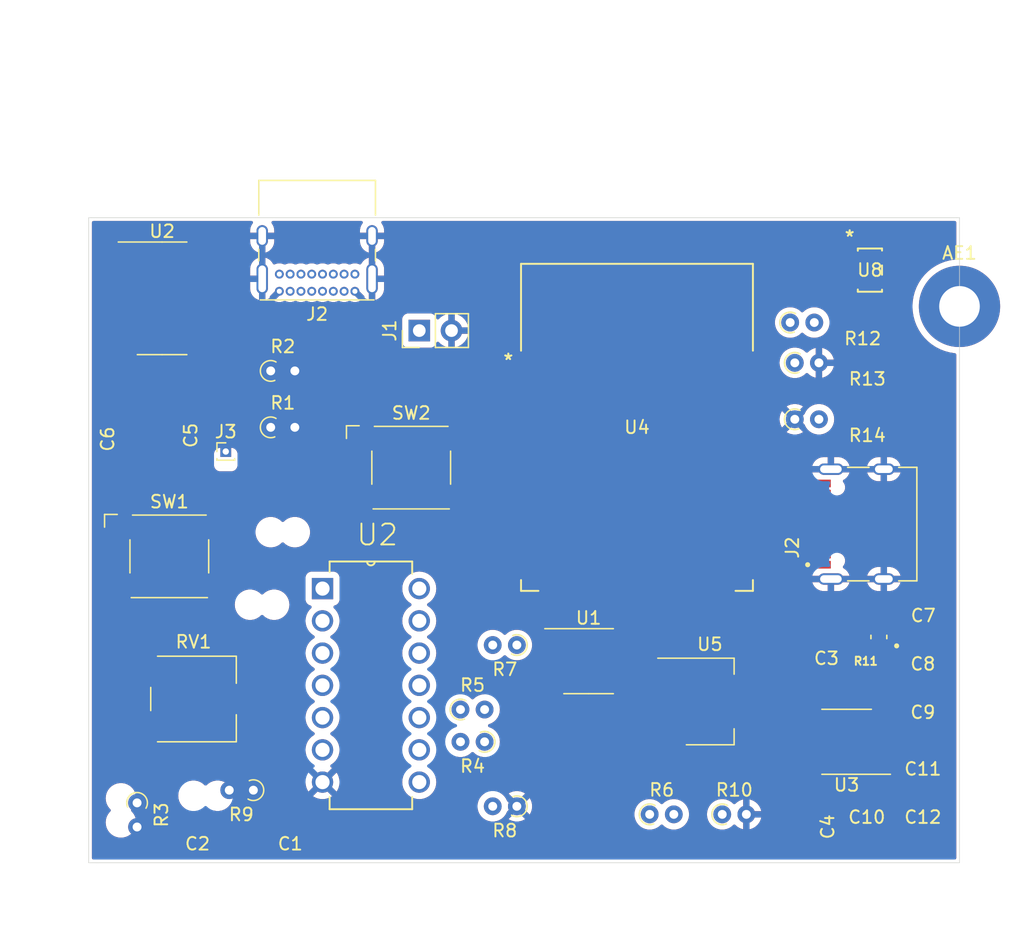
<source format=kicad_pcb>
(kicad_pcb (version 20221018) (generator pcbnew)
  (layers (0 "F.Cu" signal) (31 "B.Cu" signal) (34 "B.Paste" user) (35 "F.Paste" user) (36 "B.SilkS" user "B.Silkscreen") (37 "F.SilkS" user "F.Silkscreen") (38 "B.Mask" user) (39 "F.Mask" user) (44 "Edge.Cuts" user))
  (net 0 "")
  (net 1 "Net-(AE1-A)")
  (net 2 "GND")
  (net 3 "Net-(C2-Pad1)")
  (net 4 "Net-(U3-+)")
  (net 5 "Net-(C3-Pad2)")
  (net 6 "Net-(R1-Pad1)")
  (net 7 "Net-(R1-Pad2)")
  (net 8 "Net-(R3-Pad1)")
  (net 9 "Net-(U8-EN)")
  (net 10 "Net-(U4-3V3)")
  (net 12 "Net-(R6-Pad1)")
  (net 14 "Net-(J2-DN2)")
  (net 18 "Net-(J2-DP2)")
  (net 21 "Net-(U1-+)")
  (net 22 "Net-(R4-Pad2)")
  (net 23 "Net-(U1--)")
  (net 24 "Net-(U8-PG)")
  (net 28 "Net-(U2-Pad1)")
  (net 29 "Net-(U2-Pad5)")
  (net 31 "Net-(U3--)")
  (net 39 "+5V")
  (net 79 "Net-(J3-Pin_1)")
  (net 80 "Net-(U4-EN)")
  (net 81 "+3.3V")
  (net 82 "Net-(U4-GPIO0)")
  (net 83 "Net-(J2-CC1)")
  (net 84 "/D+")
  (net 85 "/D-")
  (net 86 "Net-(J2-CC2)")
  (footprint "Capacitor_SMD:C_0201_0603Metric" (layer "F.Cu") (at 97.79 97.155 -90)
    (fp_text reference "C5" (at 0 -1.05 90) (layer "F.SilkS"))
    (fp_text value "1uF")
    (pad "1" smd roundrect (at -0.32 0 270) (size 0.46 0.4) (layers "F.Cu" "F.Mask") (net 2 "GND"))
    (pad "2" smd roundrect (at 0.32 0 270) (size 0.46 0.4) (layers "F.Cu" "F.Mask") (net 9 "Net-(U8-EN)"))
  )
  (footprint "Capacitor_SMD:C_0201_0603Metric" (layer "F.Cu") (at 156.5 128.27)
    (fp_text reference "C12" (at 0 -1.05) (layer "F.SilkS"))
    (fp_text value "10uF")
    (pad "1" smd roundrect (at -0.32 0) (size 0.46 0.4) (layers "F.Cu" "F.Mask") (net 81 "+3.3V"))
    (pad "2" smd roundrect (at 0.32 0) (size 0.46 0.4) (layers "F.Cu" "F.Mask") (net 2 "GND"))
  )
  (footprint "Capacitor_SMD:C_0201_0603Metric" (layer "F.Cu") (at 156.5 116.205)
    (fp_text reference "C8" (at 0 -1.05) (layer "F.SilkS"))
    (fp_text value "1uF")
    (pad "1" smd roundrect (at -0.32 0) (size 0.46 0.4) (layers "F.Cu" "F.Mask") (net 2 "GND"))
    (pad "2" smd roundrect (at 0.32 0) (size 0.46 0.4) (layers "F.Cu" "F.Mask") (net 81 "+3.3V"))
  )
  (footprint "Resistor_THT:R_Axial_DIN0204_L3.6mm_D1.6mm_P1.90mm_Vertical" (layer "F.Cu") (at 124.525 126.365 180)
    (fp_text reference "R8" (at 0.95 -1.92) (layer "F.SilkS"))
    (fp_text value "10k")
    (fp_arc (start 0.320095 0.749359) (mid -0.813042 -0.054435) (end 0.417133 -0.7) (stroke (width 0.12)) (layer "F.SilkS"))
    (pad "1" thru_hole circle (at 0 0 180) (size 1.4 1.4) (drill 0.7) (layers "*.Cu" "*.Mask") (net 2 "GND"))
    (pad "2" thru_hole oval (at 1.9 0 180) (size 1.4 1.4) (drill 0.7) (layers "*.Cu" "*.Mask") (net 21 "Net-(U1-+)"))
  )
  (footprint "Capacitor_SMD:C_0201_0603Metric" (layer "F.Cu") (at 99.375 128.27 180)
    (fp_text reference "C2" (at 0 -1.05) (layer "F.SilkS"))
    (fp_text value "100pF")
    (pad "1" smd roundrect (at -0.32 0 180) (size 0.46 0.4) (layers "F.Cu" "F.Mask") (net 3 "Net-(C2-Pad1)"))
    (pad "2" smd roundrect (at 0.32 0 180) (size 0.46 0.4) (layers "F.Cu" "F.Mask") (net 2 "GND"))
  )
  (footprint "Resistor_THT:R_Axial_DIN0204_L3.6mm_D1.6mm_P1.90mm_Vertical" (layer "F.Cu") (at 120.085 118.745)
    (fp_text reference "R5" (at 0.95 -1.92) (layer "F.SilkS"))
    (fp_text value "10k")
    (fp_arc (start 0.320095 0.749359) (mid -0.813042 -0.054435) (end 0.417133 -0.7) (stroke (width 0.12)) (layer "F.SilkS"))
    (pad "1" thru_hole circle (at 0 0) (size 1.4 1.4) (drill 0.7) (layers "*.Cu" "*.Mask") (net 6 "Net-(R1-Pad1)"))
    (pad "2" thru_hole oval (at 1.9 0) (size 1.4 1.4) (drill 0.7) (layers "*.Cu" "*.Mask") (net 23 "Net-(U1--)"))
  )
  (footprint "Capacitor_SMD:C_0201_0603Metric" (layer "F.Cu") (at 148.91 113.665 180)
    (fp_text reference "C3" (at 0 -1.05) (layer "F.SilkS"))
    (fp_text value "4.7uF")
    (pad "1" smd roundrect (at -0.32 0 180) (size 0.46 0.4) (layers "F.Cu" "F.Mask") (net 31 "Net-(U3--)"))
    (pad "2" smd roundrect (at 0.32 0 180) (size 0.46 0.4) (layers "F.Cu" "F.Mask") (net 5 "Net-(C3-Pad2)"))
  )
  (footprint "Connector_PinHeader_1.00mm:PinHeader_1x01_P1.00mm_Vertical" (layer "F.Cu") (at 101.6 98.425)
    (fp_text reference "J3" (at 0 -1.56) (layer "F.SilkS"))
    (fp_text value "Conn_01x01_Pin")
    (fp_line (start -0.695 -0.685) (end 0 -0.685) (stroke (width 0.12)) (layer "F.SilkS"))
    (fp_line (start -0.695 0) (end -0.695 -0.685) (stroke (width 0.12)) (layer "F.SilkS"))
    (fp_line (start -0.695 0.685) (end -0.695 0.56) (stroke (width 0.12)) (layer "F.SilkS"))
    (fp_line (start -0.695 0.685) (end -0.608276 0.685) (stroke (width 0.12)) (layer "F.SilkS"))
    (fp_line (start -0.695 0.685) (end 0.695 0.685) (stroke (width 0.12)) (layer "F.SilkS"))
    (fp_line (start 0.608276 0.685) (end 0.695 0.685) (stroke (width 0.12)) (layer "F.SilkS"))
    (fp_line (start 0.695 0.685) (end 0.695 0.56) (stroke (width 0.12)) (layer "F.SilkS"))
    (pad "1" thru_hole rect (at 0 0) (size 0.85 0.85) (drill 0.5) (layers "*.Cu" "*.Mask") (net 1 "Net-(AE1-A)"))
  )
  (footprint "Capacitor_SMD:C_0201_0603Metric" (layer "F.Cu") (at 106.68 128.27 180)
    (fp_text reference "C1" (at 0 -1.05) (layer "F.SilkS"))
    (fp_text value "100pF")
    (pad "1" smd roundrect (at -0.32 0 180) (size 0.46 0.4) (layers "F.Cu" "F.Mask") (net 1 "Net-(AE1-A)"))
    (pad "2" smd roundrect (at 0.32 0 180) (size 0.46 0.4) (layers "F.Cu" "F.Mask") (net 2 "GND"))
  )
  (footprint "Resistor_THT:R_Axial_DIN0204_L3.6mm_D1.6mm_P1.90mm_Vertical" (layer "F.Cu") (at 134.985 127)
    (fp_text reference "R6" (at 0.95 -1.92) (layer "F.SilkS"))
    (fp_text value "6.8k")
    (fp_arc (start 0.320095 0.749359) (mid -0.813042 -0.054435) (end 0.417133 -0.7) (stroke (width 0.12)) (layer "F.SilkS"))
    (pad "1" thru_hole circle (at 0 0) (size 1.4 1.4) (drill 0.7) (layers "*.Cu" "*.Mask") (net 12 "Net-(R6-Pad1)"))
    (pad "2" thru_hole oval (at 1.9 0) (size 1.4 1.4) (drill 0.7) (layers "*.Cu" "*.Mask") (net 5 "Net-(C3-Pad2)"))
  )
  (footprint "HEF4093BP_652:DIP254P762X420-14" (layer "F.Cu") (at 116.84 124.46)
    (fp_text reference "U2" (at -3.30462 -19.47193) (layer "F.SilkS") (effects (font (size 1.641307 1.641307))))
    (fp_text value "HEF4093B")
    (fp_line (start -7.0612 -17.3736) (end -7.0612 -16.5354) (stroke (width 0.1524)) (layer "F.SilkS"))
    (fp_line (start -7.0612 1.1684) (end -7.0612 2.1336) (stroke (width 0.1524)) (layer "F.SilkS"))
    (fp_line (start -7.0612 2.1336) (end -0.5588 2.1336) (stroke (width 0.1524)) (layer "F.SilkS"))
    (fp_line (start -4.1148 -17.3736) (end -7.0612 -17.3736) (stroke (width 0.1524)) (layer "F.SilkS"))
    (fp_line (start -3.5052 -17.3736) (end -4.1148 -17.3736) (stroke (width 0.1524)) (layer "F.SilkS"))
    (fp_line (start -0.5588 -17.3736) (end -3.5052 -17.3736) (stroke (width 0.1524)) (layer "F.SilkS"))
    (fp_line (start -0.5588 -16.4084) (end -0.5588 -17.3736) (stroke (width 0.1524)) (layer "F.SilkS"))
    (fp_line (start -0.5588 2.1336) (end -0.5588 1.1684) (stroke (width 0.1524)) (layer "F.SilkS"))
    (fp_arc (start -3.5052 -17.3736) (mid -3.81 -17.0688) (end -4.1148 -17.3736) (stroke (width 0.1524)) (layer "F.SilkS"))
    (pad "1" thru_hole rect (at -7.62 -15.24) (size 1.6764 1.6764) (drill 1.1176) (layers "*.Cu" "*.Mask") (net 28 "Net-(U2-Pad1)"))
    (pad "2" thru_hole circle (at -7.62 -12.7) (size 1.6764 1.6764) (drill 1.1176) (layers "*.Cu" "*.Mask") (net 79 "Net-(J3-Pin_1)"))
    (pad "3" thru_hole circle (at -7.62 -10.16) (size 1.6764 1.6764) (drill 1.1176) (layers "*.Cu" "*.Mask") (net 6 "Net-(R1-Pad1)"))
    (pad "4" thru_hole circle (at -7.62 -7.62) (size 1.6764 1.6764) (drill 1.1176) (layers "*.Cu" "*.Mask") (net 22 "Net-(R4-Pad2)"))
    (pad "5" thru_hole circle (at -7.62 -5.08) (size 1.6764 1.6764) (drill 1.1176) (layers "*.Cu" "*.Mask") (net 29 "Net-(U2-Pad5)"))
    (pad "6" thru_hole circle (at -7.62 -2.54) (size 1.6764 1.6764) (drill 1.1176) (layers "*.Cu" "*.Mask") (net 3 "Net-(C2-Pad1)"))
    (pad "7" thru_hole circle (at -7.62 0) (size 1.6764 1.6764) (drill 1.1176) (layers "*.Cu" "*.Mask") (net 2 "GND"))
    (pad "8" thru_hole circle (at 0 0) (size 1.6764 1.6764) (drill 1.1176) (layers "*.Cu" "*.Mask"))
    (pad "9" thru_hole circle (at 0 -2.54) (size 1.6764 1.6764) (drill 1.1176) (layers "*.Cu" "*.Mask"))
    (pad "10" thru_hole circle (at 0 -5.08) (size 1.6764 1.6764) (drill 1.1176) (layers "*.Cu" "*.Mask"))
    (pad "11" thru_hole circle (at 0 -7.62) (size 1.6764 1.6764) (drill 1.1176) (layers "*.Cu" "*.Mask"))
    (pad "12" thru_hole circle (at 0 -10.16) (size 1.6764 1.6764) (drill 1.1176) (layers "*.Cu" "*.Mask"))
    (pad "13" thru_hole circle (at 0 -12.7) (size 1.6764 1.6764) (drill 1.1176) (layers "*.Cu" "*.Mask"))
    (pad "14" thru_hole circle (at 0 -15.24) (size 1.6764 1.6764) (drill 1.1176) (layers "*.Cu" "*.Mask") (net 39 "+5V"))
  )
  (footprint "Potentiometer_SMD:Potentiometer_ACP_CA6-VSMD_Vertical" (layer "F.Cu") (at 99.06 117.915)
    (fp_text reference "RV1" (at 0 -4.5) (layer "F.SilkS"))
    (fp_text value "10k")
    (fp_line (start -3.37 -0.909) (end -3.37 0.91) (stroke (width 0.12)) (layer "F.SilkS"))
    (fp_line (start -2.834 -3.371) (end 3.37 -3.371) (stroke (width 0.12)) (layer "F.SilkS"))
    (fp_line (start -2.834 3.37) (end 3.37 3.37) (stroke (width 0.12)) (layer "F.SilkS"))
    (fp_line (start 3.37 -3.371) (end 3.37 -1.24) (stroke (width 0.12)) (layer "F.SilkS"))
    (fp_line (start 3.37 1.24) (end 3.37 3.37) (stroke (width 0.12)) (layer "F.SilkS"))
    (pad "1" smd rect (at -4.325 2.15) (size 2.5 2) (layers "F.Cu" "F.Paste" "F.Mask") (net 8 "Net-(R3-Pad1)"))
    (pad "2" smd rect (at 4.325 0) (size 2.5 2) (layers "F.Cu" "F.Paste" "F.Mask") (net 22 "Net-(R4-Pad2)"))
    (pad "3" smd rect (at -4.325 -2.15) (size 2.5 2) (layers "F.Cu" "F.Paste" "F.Mask") (net 22 "Net-(R4-Pad2)"))
  )
  (footprint "MountingHole:MountingHole_3.2mm_M3_Pad" (layer "F.Cu") (at 159.385 86.995)
    (fp_text reference "AE1" (at 0 -4.2) (layer "F.SilkS"))
    (fp_text value "Antenna")
    (pad "1" thru_hole circle (at 0 0) (size 6.4 6.4) (drill 3.2) (layers "*.Cu" "*.Mask") (net 1 "Net-(AE1-A)"))
  )
  (footprint "Resistor_THT:R_Axial_DIN0204_L3.6mm_D1.6mm_P1.90mm_Vertical" (layer "F.Cu") (at 146.415 91.44)
    (fp_text reference "R13" (at 5.71 1.27) (layer "F.SilkS"))
    (fp_text value "5.1 k")
    (fp_arc (start 0.320095 0.749359) (mid -0.813042 -0.054435) (end 0.417133 -0.7) (stroke (width 0.12)) (layer "F.SilkS"))
    (pad "1" thru_hole circle (at 0 0) (size 1.4 1.4) (drill 0.7) (layers "*.Cu" "*.Mask") (net 83 "Net-(J2-CC1)"))
    (pad "2" thru_hole oval (at 1.9 0) (size 1.4 1.4) (drill 0.7) (layers "*.Cu" "*.Mask") (net 2 "GND"))
  )
  (footprint "Resistor_THT:R_Axial_DIN0204_L3.6mm_D1.6mm_P1.90mm_Vertical" (layer "F.Cu") (at 140.7 127)
    (fp_text reference "R10" (at 0.95 -1.92) (layer "F.SilkS"))
    (fp_text value "R_Trim")
    (fp_arc (start 0.320095 0.749359) (mid -0.813042 -0.054435) (end 0.417133 -0.7) (stroke (width 0.12)) (layer "F.SilkS"))
    (pad "1" thru_hole circle (at 0 0) (size 1.4 1.4) (drill 0.7) (layers "*.Cu" "*.Mask") (net 5 "Net-(C3-Pad2)"))
    (pad "2" thru_hole oval (at 1.9 0) (size 1.4 1.4) (drill 0.7) (layers "*.Cu" "*.Mask") (net 2 "GND"))
  )
  (footprint "Connector_PinHeader_2.54mm:PinHeader_1x02_P2.54mm_Vertical" (layer "F.Cu") (at 116.84 88.9 90)
    (fp_text reference "J1" (at 0 -2.33 90) (layer "F.SilkS"))
    (fp_text value "Conn_01x02_Pin")
    (fp_line (start -1.33 -1.33) (end 0 -1.33) (stroke (width 0.12)) (layer "F.SilkS"))
    (fp_line (start -1.33 0) (end -1.33 -1.33) (stroke (width 0.12)) (layer "F.SilkS"))
    (fp_line (start -1.33 1.27) (end -1.33 3.87) (stroke (width 0.12)) (layer "F.SilkS"))
    (fp_line (start -1.33 1.27) (end 1.33 1.27) (stroke (width 0.12)) (layer "F.SilkS"))
    (fp_line (start -1.33 3.87) (end 1.33 3.87) (stroke (width 0.12)) (layer "F.SilkS"))
    (fp_line (start 1.33 1.27) (end 1.33 3.87) (stroke (width 0.12)) (layer "F.SilkS"))
    (pad "1" thru_hole rect (at 0 0 90) (size 1.7 1.7) (drill 1) (layers "*.Cu" "*.Mask") (net 39 "+5V"))
    (pad "2" thru_hole oval (at 0 2.54 90) (size 1.7 1.7) (drill 1) (layers "*.Cu" "*.Mask") (net 2 "GND"))
  )
  (footprint "Resistor_THT:R_Axial_DIN0204_L3.6mm_D1.6mm_P1.90mm_Vertical" (layer "F.Cu") (at 103.775 125.095 180)
    (fp_text reference "R9" (at 0.95 -1.92) (layer "F.SilkS"))
    (fp_text value "100k")
    (fp_arc (start 0.320095 0.749359) (mid -0.813042 -0.054435) (end 0.417133 -0.7) (stroke (width 0.12)) (layer "F.SilkS"))
    (pad "1" thru_hole circle (at 0 0 180) (size 1.4 1.4) (drill 0.7) (layers "*.Cu" "*.Mask") (net 24 "Net-(U8-PG)"))
    (pad "2" thru_hole oval (at 1.9 0 180) (size 1.4 1.4) (drill 0.7) (layers "*.Cu" "*.Mask") (net 10 "Net-(U4-3V3)"))
  )
  (footprint "Capacitor_SMD:C_0201_0603Metric" (layer "F.Cu") (at 156.5 124.475)
    (fp_text reference "C11" (at 0 -1.05) (layer "F.SilkS"))
    (fp_text value "100nF")
    (pad "1" smd roundrect (at -0.32 0) (size 0.46 0.4) (layers "F.Cu" "F.Mask") (net 39 "+5V"))
    (pad "2" smd roundrect (at 0.32 0) (size 0.46 0.4) (layers "F.Cu" "F.Mask") (net 2 "GND"))
  )
  (footprint "Package_SO:SOIC-8_3.9x4.9mm_P1.27mm" (layer "F.Cu") (at 130.175 114.935)
    (fp_text reference "U1" (at 0 -3.4) (layer "F.SilkS"))
    (fp_text value "AD8001AR")
    (fp_line (start 0 -2.56) (end -3.45 -2.56) (stroke (width 0.12)) (layer "F.SilkS"))
    (fp_line (start 0 -2.56) (end 1.95 -2.56) (stroke (width 0.12)) (layer "F.SilkS"))
    (fp_line (start 0 2.56) (end -1.95 2.56) (stroke (width 0.12)) (layer "F.SilkS"))
    (fp_line (start 0 2.56) (end 1.95 2.56) (stroke (width 0.12)) (layer "F.SilkS"))
    (pad "1" smd roundrect (at -2.475 -1.905) (size 1.95 0.6) (layers "F.Cu" "F.Paste" "F.Mask"))
    (pad "2" smd roundrect (at -2.475 -0.635) (size 1.95 0.6) (layers "F.Cu" "F.Paste" "F.Mask") (net 23 "Net-(U1--)"))
    (pad "3" smd roundrect (at -2.475 0.635) (size 1.95 0.6) (layers "F.Cu" "F.Paste" "F.Mask") (net 21 "Net-(U1-+)"))
    (pad "4" smd roundrect (at -2.475 1.905) (size 1.95 0.6) (layers "F.Cu" "F.Paste" "F.Mask") (net 2 "GND"))
    (pad "5" smd roundrect (at 2.475 1.905) (size 1.95 0.6) (layers "F.Cu" "F.Paste" "F.Mask"))
    (pad "6" smd roundrect (at 2.475 0.635) (size 1.95 0.6) (layers "F.Cu" "F.Paste" "F.Mask") (net 12 "Net-(R6-Pad1)"))
    (pad "7" smd roundrect (at 2.475 -0.635) (size 1.95 0.6) (layers "F.Cu" "F.Paste" "F.Mask") (net 39 "+5V"))
    (pad "8" smd roundrect (at 2.475 -1.905) (size 1.95 0.6) (layers "F.Cu" "F.Paste" "F.Mask"))
  )
  (footprint "Resistor_THT:R_Axial_DIN0204_L3.6mm_D1.6mm_P1.90mm_Vertical" (layer "F.Cu") (at 121.985 121.285 180)
    (fp_text reference "R4" (at 0.95 -1.92) (layer "F.SilkS"))
    (fp_text value "10k")
    (fp_arc (start 0.320095 0.749359) (mid -0.813042 -0.054435) (end 0.417133 -0.7) (stroke (width 0.12)) (layer "F.SilkS"))
    (pad "1" thru_hole circle (at 0 0 180) (size 1.4 1.4) (drill 0.7) (layers "*.Cu" "*.Mask") (net 21 "Net-(U1-+)"))
    (pad "2" thru_hole oval (at 1.9 0 180) (size 1.4 1.4) (drill 0.7) (layers "*.Cu" "*.Mask") (net 22 "Net-(R4-Pad2)"))
  )
  (footprint "Button_Switch_SMD:SW_SPST_Omron_B3FS-100xP" (layer "F.Cu") (at 116.205 99.695)
    (fp_text reference "SW2" (at 0 -4.3) (layer "F.SilkS"))
    (fp_text value "Boot")
    (fp_line (start -5.1 -3.3) (end -4.1 -3.3) (stroke (width 0.12)) (layer "F.SilkS"))
    (fp_line (start -5.1 -2.3) (end -5.1 -3.3) (stroke (width 0.12)) (layer "F.SilkS"))
    (fp_line (start -3.1 -1.3) (end -3.1 1.3) (stroke (width 0.12)) (layer "F.SilkS"))
    (fp_line (start 2.9 -3.25) (end -2.9 -3.25) (stroke (width 0.12)) (layer "F.SilkS"))
    (fp_line (start 3 3.25) (end -3 3.25) (stroke (width 0.12)) (layer "F.SilkS"))
    (fp_line (start 3.1 -1.3) (end 3.1 1.3) (stroke (width 0.12)) (layer "F.SilkS"))
    (pad "1" smd rect (at -4 -2.25 180) (size 1.6 1.4) (layers "F.Cu" "F.Paste" "F.Mask") (net 82 "Net-(U4-GPIO0)"))
    (pad "1" smd rect (at 4 -2.25 180) (size 1.6 1.4) (layers "F.Cu" "F.Paste" "F.Mask") (net 82 "Net-(U4-GPIO0)"))
    (pad "2" smd rect (at -4 2.25 180) (size 1.6 1.4) (layers "F.Cu" "F.Paste" "F.Mask") (net 2 "GND"))
    (pad "2" smd rect (at 4 2.25 180) (size 1.6 1.4) (layers "F.Cu" "F.Paste" "F.Mask") (net 2 "GND"))
  )
  (footprint "Resistor_THT:R_Axial_DIN0204_L3.6mm_D1.6mm_P1.90mm_Vertical" (layer "F.Cu") (at 94.615 126.095 -90)
    (fp_text reference "R3" (at 0.95 -1.92 90) (layer "F.SilkS"))
    (fp_text value "10k")
    (fp_arc (start 0.320095 0.749359) (mid -0.813042 -0.054435) (end 0.417133 -0.7) (stroke (width 0.12)) (layer "F.SilkS"))
    (pad "1" thru_hole circle (at 0 0 270) (size 1.4 1.4) (drill 0.7) (layers "*.Cu" "*.Mask") (net 8 "Net-(R3-Pad1)"))
    (pad "2" thru_hole oval (at 1.9 0 270) (size 1.4 1.4) (drill 0.7) (layers "*.Cu" "*.Mask") (net 3 "Net-(C2-Pad1)"))
  )
  (footprint "Connector_USB:USB_C_Receptacle_GCT_USB4085" (layer "F.Cu") (at 111.77 85.805 180)
    (fp_text reference "J2" (at 2.975 -1.8) (layer "F.SilkS"))
    (fp_text value "USB_C_Receptacle_USB2.0")
    (fp_line (start -1.62 2.4) (end -1.62 3.3) (stroke (width 0.12)) (layer "F.SilkS"))
    (fp_line (start -1.62 6) (end -1.62 8.73) (stroke (width 0.12)) (layer "F.SilkS"))
    (fp_line (start -1.62 8.73) (end 7.57 8.73) (stroke (width 0.12)) (layer "F.SilkS"))
    (fp_line (start -1.5 -0.68) (end 7.45 -0.68) (stroke (width 0.12)) (layer "F.SilkS"))
    (fp_line (start 7.57 2.4) (end 7.57 3.3) (stroke (width 0.12)) (layer "F.SilkS"))
    (fp_line (start 7.57 6) (end 7.57 8.73) (stroke (width 0.12)) (layer "F.SilkS"))
    (pad "A1" thru_hole circle (at 0 0 180) (size 0.7 0.7) (drill 0.4) (layers "*.Cu" "*.Mask") (net 2 "GND"))
    (pad "A4" thru_hole circle (at 0.85 0 180) (size 0.7 0.7) (drill 0.4) (layers "*.Cu" "*.Mask") (net 39 "+5V"))
    (pad "A5" thru_hole circle (at 1.7 0 180) (size 0.7 0.7) (drill 0.4) (layers "*.Cu" "*.Mask") (net 83 "Net-(J2-CC1)"))
    (pad "A6" thru_hole circle (at 2.55 0 180) (size 0.7 0.7) (drill 0.4) (layers "*.Cu" "*.Mask") (net 84 "/D+"))
    (pad "A7" thru_hole circle (at 3.4 0 180) (size 0.7 0.7) (drill 0.4) (layers "*.Cu" "*.Mask") (net 85 "/D-"))
    (pad "A8" thru_hole circle (at 4.25 0 180) (size 0.7 0.7) (drill 0.4) (layers "*.Cu" "*.Mask"))
    (pad "A9" thru_hole circle (at 5.1 0 180) (size 0.7 0.7) (drill 0.4) (layers "*.Cu" "*.Mask") (net 39 "+5V"))
    (pad "A12" thru_hole circle (at 5.95 0 180) (size 0.7 0.7) (drill 0.4) (layers "*.Cu" "*.Mask") (net 2 "GND"))
    (pad "B1" thru_hole circle (at 5.95 1.35 180) (size 0.7 0.7) (drill 0.4) (layers "*.Cu" "*.Mask") (net 2 "GND"))
    (pad "B4" thru_hole circle (at 5.1 1.35 180) (size 0.7 0.7) (drill 0.4) (layers "*.Cu" "*.Mask") (net 39 "+5V"))
    (pad "B5" thru_hole circle (at 4.25 1.35 180) (size 0.7 0.7) (drill 0.4) (layers "*.Cu" "*.Mask") (net 86 "Net-(J2-CC2)"))
    (pad "B6" thru_hole circle (at 3.4 1.35 180) (size 0.7 0.7) (drill 0.4) (layers "*.Cu" "*.Mask") (net 84 "/D+"))
    (pad "B7" thru_hole circle (at 2.55 1.35 180) (size 0.7 0.7) (drill 0.4) (layers "*.Cu" "*.Mask") (net 85 "/D-"))
    (pad "B8" thru_hole circle (at 1.7 1.35 180) (size 0.7 0.7) (drill 0.4) (layers "*.Cu" "*.Mask"))
    (pad "B9" thru_hole circle (at 0.85 1.35 180) (size 0.7 0.7) (drill 0.4) (layers "*.Cu" "*.Mask") (net 39 "+5V"))
    (pad "B12" thru_hole circle (at 0 1.35 180) (size 0.7 0.7) (drill 0.4) (layers "*.Cu" "*.Mask") (net 2 "GND"))
    (pad "S1" thru_hole oval (at -1.35 0.98 180) (size 0.9 2.4) (drill oval 0.6 2.1) (layers "*.Cu" "*.Mask") (net 2 "GND"))
    (pad "S1" thru_hole oval (at -1.35 4.36 180) (size 0.9 1.7) (drill oval 0.6 1.4) (layers "*.Cu" "*.Mask") (net 2 "GND"))
    (pad "S1" thru_hole oval (at 7.3 0.98 180) (size 0.9 2.4) (drill oval 0.6 2.1) (layers "*.Cu" "*.Mask") (net 2 "GND"))
    (pad "S1" thru_hole oval (at 7.3 4.36 180) (size 0.9 1.7) (drill oval 0.6 1.4) (layers "*.Cu" "*.Mask") (net 2 "GND"))
  )
  (footprint "Capacitor_SMD:C_0201_0603Metric" (layer "F.Cu") (at 156.53 112.395)
    (fp_text reference "C7" (at 0 -1.05) (layer "F.SilkS"))
    (fp_text value ".1uF")
    (pad "1" smd roundrect (at -0.32 0) (size 0.46 0.4) (layers "F.Cu" "F.Mask") (net 2 "GND"))
    (pad "2" smd roundrect (at 0.32 0) (size 0.46 0.4) (layers "F.Cu" "F.Mask") (net 80 "Net-(U4-EN)"))
  )
  (footprint "Capacitor_SMD:C_0201_0603Metric" (layer "F.Cu") (at 156.5 120.015)
    (fp_text reference "C9" (at 0 -1.05) (layer "F.SilkS"))
    (fp_text value ".1uF")
    (pad "1" smd roundrect (at -0.32 0) (size 0.46 0.4) (layers "F.Cu" "F.Mask") (net 2 "GND"))
    (pad "2" smd roundrect (at 0.32 0) (size 0.46 0.4) (layers "F.Cu" "F.Mask") (net 81 "+3.3V"))
  )
  (footprint "Package_SO:SOIC-8_3.9x4.9mm_P1.27mm" (layer "F.Cu") (at 150.495 121.285 180)
    (fp_text reference "U3" (at 0 -3.4) (layer "F.SilkS"))
    (fp_text value "AD8001AR")
    (fp_line (start 0 -2.56) (end -3.45 -2.56) (stroke (width 0.12)) (layer "F.SilkS"))
    (fp_line (start 0 -2.56) (end 1.95 -2.56) (stroke (width 0.12)) (layer "F.SilkS"))
    (fp_line (start 0 2.56) (end -1.95 2.56) (stroke (width 0.12)) (layer "F.SilkS"))
    (fp_line (start 0 2.56) (end 1.95 2.56) (stroke (width 0.12)) (layer "F.SilkS"))
    (pad "1" smd roundrect (at -2.475 -1.905 180) (size 1.95 0.6) (layers "F.Cu" "F.Paste" "F.Mask"))
    (pad "2" smd roundrect (at -2.475 -0.635 180) (size 1.95 0.6) (layers "F.Cu" "F.Paste" "F.Mask") (net 31 "Net-(U3--)"))
    (pad "3" smd roundrect (at -2.475 0.635 180) (size 1.95 0.6) (layers "F.Cu" "F.Paste" "F.Mask") (net 4 "Net-(U3-+)"))
    (pad "4" smd roundrect (at -2.475 1.905 180) (size 1.95 0.6) (layers "F.Cu" "F.Paste" "F.Mask") (net 2 "GND"))
    (pad "5" smd roundrect (at 2.475 1.905 180) (size 1.95 0.6) (layers "F.Cu" "F.Paste" "F.Mask"))
    (pad "6" smd roundrect (at 2.475 0.635 180) (size 1.95 0.6) (layers "F.Cu" "F.Paste" "F.Mask") (net 4 "Net-(U3-+)"))
    (pad "7" smd roundrect (at 2.475 -0.635 180) (size 1.95 0.6) (layers "F.Cu" "F.Paste" "F.Mask") (net 39 "+5V"))
    (pad "8" smd roundrect (at 2.475 -1.905 180) (size 1.95 0.6) (layers "F.Cu" "F.Paste" "F.Mask"))
  )
  (footprint "Resistor_THT:R_Axial_DIN0204_L3.6mm_D1.6mm_P1.90mm_Vertical" (layer "F.Cu") (at 105.14 92.075)
    (fp_text reference "R2" (at 0.95 -1.92) (layer "F.SilkS"))
    (fp_text value "5.1k")
    (fp_arc (start 0.320095 0.749359) (mid -0.813042 -0.054435) (end 0.417133 -0.7) (stroke (width 0.12)) (layer "F.SilkS"))
    (pad "1" thru_hole circle (at 0 0) (size 1.4 1.4) (drill 0.7) (layers "*.Cu" "*.Mask") (net 7 "Net-(R1-Pad2)"))
    (pad "2" thru_hole oval (at 1.9 0) (size 1.4 1.4) (drill 0.7) (layers "*.Cu" "*.Mask") (net 1 "Net-(AE1-A)"))
  )
  (footprint "Capacitor_SMD:C_0201_0603Metric" (layer "F.Cu") (at 93.345 97.445 90)
    (fp_text reference "C6" (at 0 -1.05 90) (layer "F.SilkS"))
    (fp_text value "1uF")
    (pad "1" smd roundrect (at -0.32 0 90) (size 0.46 0.4) (layers "F.Cu" "F.Mask") (net 2 "GND"))
    (pad "2" smd roundrect (at 0.32 0 90) (size 0.46 0.4) (layers "F.Cu" "F.Mask") (net 10 "Net-(U4-3V3)"))
  )
  (footprint "Resistor_THT:R_Axial_DIN0204_L3.6mm_D1.6mm_P1.90mm_Vertical" (layer "F.Cu") (at 105.14 96.52)
    (fp_text reference "R1" (at 0.95 -1.92) (layer "F.SilkS"))
    (fp_text value "10k")
    (fp_arc (start 0.320095 0.749359) (mid -0.813042 -0.054435) (end 0.417133 -0.7) (stroke (width 0.12)) (layer "F.SilkS"))
    (pad "1" thru_hole circle (at 0 0) (size 1.4 1.4) (drill 0.7) (layers "*.Cu" "*.Mask") (net 6 "Net-(R1-Pad1)"))
    (pad "2" thru_hole oval (at 1.9 0) (size 1.4 1.4) (drill 0.7) (layers "*.Cu" "*.Mask") (net 7 "Net-(R1-Pad2)"))
  )
  (footprint "Button_Switch_SMD:SW_SPST_Omron_B3FS-100xP" (layer "F.Cu") (at 97.155 106.68)
    (fp_text reference "SW1" (at 0 -4.3) (layer "F.SilkS"))
    (fp_text value "Reset")
    (fp_line (start -5.1 -3.3) (end -4.1 -3.3) (stroke (width 0.12)) (layer "F.SilkS"))
    (fp_line (start -5.1 -2.3) (end -5.1 -3.3) (stroke (width 0.12)) (layer "F.SilkS"))
    (fp_line (start -3.1 -1.3) (end -3.1 1.3) (stroke (width 0.12)) (layer "F.SilkS"))
    (fp_line (start 2.9 -3.25) (end -2.9 -3.25) (stroke (width 0.12)) (layer "F.SilkS"))
    (fp_line (start 3 3.25) (end -3 3.25) (stroke (width 0.12)) (layer "F.SilkS"))
    (fp_line (start 3.1 -1.3) (end 3.1 1.3) (stroke (width 0.12)) (layer "F.SilkS"))
    (pad "1" smd rect (at -4 -2.25 180) (size 1.6 1.4) (layers "F.Cu" "F.Paste" "F.Mask") (net 2 "GND"))
    (pad "1" smd rect (at 4 -2.25 180) (size 1.6 1.4) (layers "F.Cu" "F.Paste" "F.Mask") (net 2 "GND"))
    (pad "2" smd rect (at -4 2.25 180) (size 1.6 1.4) (layers "F.Cu" "F.Paste" "F.Mask") (net 80 "Net-(U4-EN)"))
    (pad "2" smd rect (at 4 2.25 180) (size 1.6 1.4) (layers "F.Cu" "F.Paste" "F.Mask") (net 80 "Net-(U4-EN)"))
  )
  (footprint "Package_SO:SOIC-14_3.9x8.7mm_P1.27mm" (layer "F.Cu") (at 96.585 86.36)
    (fp_text reference "U2" (at 0 -5.28) (layer "F.SilkS"))
    (fp_text value "HEF4093B")
    (fp_line (start 0 -4.435) (end -3.45 -4.435) (stroke (width 0.12)) (layer "F.SilkS"))
    (fp_line (start 0 -4.435) (end 1.95 -4.435) (stroke (width 0.12)) (layer "F.SilkS"))
    (fp_line (start 0 4.435) (end -1.95 4.435) (stroke (width 0.12)) (layer "F.SilkS"))
    (fp_line (start 0 4.435) (end 1.95 4.435) (stroke (width 0.12)) (layer "F.SilkS"))
    (pad "1" smd roundrect (at -2.475 -3.81) (size 1.95 0.6) (layers "F.Cu" "F.Paste" "F.Mask") (net 39 "+5V"))
    (pad "2" smd roundrect (at -2.475 -2.54) (size 1.95 0.6) (layers "F.Cu" "F.Paste" "F.Mask") (net 1 "Net-(AE1-A)"))
    (pad "3" smd roundrect (at -2.475 -1.27) (size 1.95 0.6) (layers "F.Cu" "F.Paste" "F.Mask") (net 6 "Net-(R1-Pad1)"))
    (pad "4" smd roundrect (at -2.475 0) (size 1.95 0.6) (layers "F.Cu" "F.Paste" "F.Mask") (net 22 "Net-(R4-Pad2)"))
    (pad "5" smd roundrect (at -2.475 1.27) (size 1.95 0.6) (layers "F.Cu" "F.Paste" "F.Mask") (net 39 "+5V"))
    (pad "6" smd roundrect (at -2.475 2.54) (size 1.95 0.6) (layers "F.Cu" "F.Paste" "F.Mask") (net 3 "Net-(C2-Pad1)"))
    (pad "7" smd roundrect (at -2.475 3.81) (size 1.95 0.6) (layers "F.Cu" "F.Paste" "F.Mask") (net 2 "GND"))
    (pad "8" smd roundrect (at 2.475 3.81) (size 1.95 0.6) (layers "F.Cu" "F.Paste" "F.Mask"))
    (pad "9" smd roundrect (at 2.475 2.54) (size 1.95 0.6) (layers "F.Cu" "F.Paste" "F.Mask"))
    (pad "10" smd roundrect (at 2.475 1.27) (size 1.95 0.6) (layers "F.Cu" "F.Paste" "F.Mask"))
    (pad "11" smd roundrect (at 2.475 0) (size 1.95 0.6) (layers "F.Cu" "F.Paste" "F.Mask"))
    (pad "12" smd roundrect (at 2.475 -1.27) (size 1.95 0.6) (layers "F.Cu" "F.Paste" "F.Mask"))
    (pad "13" smd roundrect (at 2.475 -2.54) (size 1.95 0.6) (layers "F.Cu" "F.Paste" "F.Mask"))
    (pad "14" smd roundrect (at 2.475 -3.81) (size 1.95 0.6) (layers "F.Cu" "F.Paste" "F.Mask") (net 39 "+5V"))
  )
  (footprint "Resistor_THT:R_Axial_DIN0204_L3.6mm_D1.6mm_P1.90mm_Vertical" (layer "F.Cu") (at 146.05 88.265)
    (fp_text reference "R12" (at 5.71 1.27) (layer "F.SilkS"))
    (fp_text value "10k")
    (fp_arc (start 0.320095 0.749359) (mid -0.813042 -0.054435) (end 0.417133 -0.7) (stroke (width 0.12)) (layer "F.SilkS"))
    (pad "1" thru_hole circle (at 0 0) (size 1.4 1.4) (drill 0.7) (layers "*.Cu" "*.Mask") (net 81 "+3.3V"))
    (pad "2" thru_hole oval (at 1.9 0) (size 1.4 1.4) (drill 0.7) (layers "*.Cu" "*.Mask") (net 80 "Net-(U4-EN)"))
  )
  (footprint "Resistor_THT:R_Axial_DIN0204_L3.6mm_D1.6mm_P1.90mm_Vertical" (layer "F.Cu") (at 124.525 113.665 180)
    (fp_text reference "R7" (at 0.95 -1.92) (layer "F.SilkS"))
    (fp_text value "10k")
    (fp_arc (start 0.320095 0.749359) (mid -0.813042 -0.054435) (end 0.417133 -0.7) (stroke (width 0.12)) (layer "F.SilkS"))
    (pad "1" thru_hole circle (at 0 0 180) (size 1.4 1.4) (drill 0.7) (layers "*.Cu" "*.Mask") (net 12 "Net-(R6-Pad1)"))
    (pad "2" thru_hole oval (at 1.9 0 180) (size 1.4 1.4) (drill 0.7) (layers "*.Cu" "*.Mask") (net 23 "Net-(U1--)"))
  )
  (footprint "esp32:MOD41_ESP32-S2-SOLO_EXP" (layer "F.Cu") (at 133.985 96.52)
    (fp_text reference "U4" (at 0 0 unlocked) (layer "F.SilkS"))
    (fp_text value "ESP32-S2-SOLO-N4R2")
    (fp_text user "*" (at -10.1343 -5.26) (layer "F.SilkS"))
    (fp_text user "*" (at -10.1343 -5.26 unlocked) (layer "F.SilkS"))
    (fp_line (start -9.1313 -12.8778) (end 9.1313 -12.8778) (stroke (width 0.1524)) (layer "F.SilkS"))
    (fp_line (start -9.1313 -6.03724) (end -9.1313 -12.8778) (stroke (width 0.1524)) (layer "F.SilkS"))
    (fp_line (start -9.1313 12.8778) (end -9.1313 12.02724) (stroke (width 0.1524)) (layer "F.SilkS"))
    (fp_line (start -7.76224 12.8778) (end -9.1313 12.8778) (stroke (width 0.1524)) (layer "F.SilkS"))
    (fp_line (start 9.1313 -12.8778) (end 9.1313 -6.03724) (stroke (width 0.1524)) (layer "F.SilkS"))
    (fp_line (start 9.1313 12.02724) (end 9.1313 12.8778) (stroke (width 0.1524)) (layer "F.SilkS"))
    (fp_line (start 9.1313 12.8778) (end 7.76224 12.8778) (stroke (width 0.1524)) (layer "F.SilkS"))
    (pad "1" smd rect (at -8.75 -5.26) (size 1.4986 0.889) (layers "F.Cu" "F.Paste" "F.Mask") (net 2 "GND"))
    (pad "2" smd rect (at -8.75 -3.99) (size 1.4986 0.889) (layers "F.Cu" "F.Paste" "F.Mask") (net 10 "Net-(U4-3V3)"))
    (pad "3" smd rect (at -8.75 -2.72) (size 1.4986 0.889) (layers "F.Cu" "F.Paste" "F.Mask"))
    (pad "4" smd rect (at -8.75 -1.45) (size 1.4986 0.889) (layers "F.Cu" "F.Paste" "F.Mask"))
    (pad "5" smd rect (at -8.75 -0.18) (size 1.4986 0.889) (layers "F.Cu" "F.Paste" "F.Mask") (net 31 "Net-(U3--)"))
    (pad "6" smd rect (at -8.75 1.09) (size 1.4986 0.889) (layers "F.Cu" "F.Paste" "F.Mask"))
    (pad "7" smd rect (at -8.75 2.36) (size 1.4986 0.889) (layers "F.Cu" "F.Paste" "F.Mask"))
    (pad "8" smd rect (at -8.75 3.63) (size 1.4986 0.889) (layers "F.Cu" "F.Paste" "F.Mask"))
    (pad "9" smd rect (at -8.75 4.9) (size 1.4986 0.889) (layers "F.Cu" "F.Paste" "F.Mask"))
    (pad "10" smd rect (at -8.75 6.17) (size 1.4986 0.889) (layers "F.Cu" "F.Paste" "F.Mask"))
    (pad "11" smd rect (at -8.75 7.44) (size 1.4986 0.889) (layers "F.Cu" "F.Paste" "F.Mask"))
    (pad "12" smd rect (at -8.75 8.71) (size 1.4986 0.889) (layers "F.Cu" "F.Paste" "F.Mask"))
    (pad "13" smd rect (at -8.75 9.98) (size 1.4986 0.889) (layers "F.Cu" "F.Paste" "F.Mask") (net 14 "Net-(J2-DN2)"))
    (pad "14" smd rect (at -8.75 11.25) (size 1.4986 0.889) (layers "F.Cu" "F.Paste" "F.Mask") (net 18 "Net-(J2-DP2)"))
    (pad "15" smd rect (at -6.985 12.5 90) (size 1.4986 0.889) (layers "F.Cu" "F.Paste" "F.Mask"))
    (pad "16" smd rect (at -5.715 12.5 90) (size 1.4986 0.889) (layers "F.Cu" "F.Paste" "F.Mask"))
    (pad "17" smd rect (at -4.445 12.5 90) (size 1.4986 0.889) (layers "F.Cu" "F.Paste" "F.Mask"))
    (pad "18" smd rect (at -3.175 12.5 90) (size 1.4986 0.889) (layers "F.Cu" "F.Paste" "F.Mask"))
    (pad "19" smd rect (at -1.905 12.5 90) (size 1.4986 0.889) (layers "F.Cu" "F.Paste" "F.Mask"))
    (pad "20" smd rect (at -0.635 12.5 90) (size 1.4986 0.889) (layers "F.Cu" "F.Paste" "F.Mask"))
    (pad "21" smd rect (at 0.635 12.5 90) (size 1.4986 0.889) (layers "F.Cu" "F.Paste" "F.Mask"))
    (pad "22" smd rect (at 1.905 12.5 90) (size 1.4986 0.889) (layers "F.Cu" "F.Paste" "F.Mask"))
    (pad "23" smd rect (at 3.175 12.5 90) (size 1.4986 0.889) (layers "F.Cu" "F.Paste" "F.Mask"))
    (pad "24" smd rect (at 4.445 12.5 90) (size 1.4986 0.889) (layers "F.Cu" "F.Paste" "F.Mask"))
    (pad "25" smd rect (at 5.715 12.5 90) (size 1.4986 0.889) (layers "F.Cu" "F.Paste" "F.Mask"))
    (pad "26" smd rect (at 6.985 12.5 90) (size 1.4986 0.889) (layers "F.Cu" "F.Paste" "F.Mask"))
    (pad "27" smd rect (at 8.75 11.25) (size 1.4986 0.889) (layers "F.Cu" "F.Paste" "F.Mask"))
    (pad "28" smd rect (at 8.75 9.98) (size 1.4986 0.889) (layers "F.Cu" "F.Paste" "F.Mask"))
    (pad "29" smd rect (at 8.75 8.71) (size 1.4986 0.889) (layers "F.Cu" "F.Paste" "F.Mask"))
    (pad "30" smd rect (at 8.75 7.44) (size 1.4986 0.889) (layers "F.Cu" "F.Paste" "F.Mask"))
    (pad "31" smd rect (at 8.75 6.17) (size 1.4986 0.889) (layers "F.Cu" "F.Paste" "F.Mask"))
    (pad "32" smd rect (at 8.75 4.9) (size 1.4986 0.889) (layers "F.Cu" "F.Paste" "F.Mask"))
    (pad "33" smd rect (at 8.75 3.63) (size 1.4986 0.889) (layers "F.Cu" "F.Paste" "F.Mask"))
    (pad "34" smd rect (at 8.75 2.36) (size 1.4986 0.889) (layers "F.Cu" "F.Paste" "F.Mask"))
    (pad "35" smd rect (at 8.75 1.09) (size 1.4986 0.889) (layers "F.Cu" "F.Paste" "F.Mask"))
    (pad "36" smd rect (at 8.75 -0.18) (size 1.4986 0.889) (layers "F.Cu" "F.Paste" "F.Mask"))
    (pad "37" smd rect (at 8.75 -1.45) (size 1.4986 0.889) (layers "F.Cu" "F.Paste" "F.Mask"))
    (pad "38" smd rect (at 8.75 -2.72) (size 1.4986 0.889) (layers "F.Cu" "F.Paste" "F.Mask"))
    (pad "39" smd rect (at 8.75 -3.99) (size 1.4986 0.889) (layers "F.Cu" "F.Paste" "F.Mask"))
    (pad "40" smd rect (at 8.75 -5.26) (size 1.4986 0.889) (layers "F.Cu" "F.Paste" "F.Mask"))
    (pad "41" smd rect (at -1.5 2.46) (size 0.889 0.889) (layers "F.Cu" "F.Paste" "F.Mask"))
    (pad "42" smd rect (at -2.9 1.06) (size 0.889 0.889) (layers "F.Cu" "F.Paste" "F.Mask"))
    (pad "43" smd rect (at -2.9 2.46) (size 0.889 0.889) (layers "F.Cu" "F.Paste" "F.Mask"))
    (pad "44" smd rect (at -2.9 3.86) (size 0.889 0.889) (layers "F.Cu" "F.Paste" "F.Mask"))
    (pad "45" smd rect (at -1.5 3.86) (size 0.889 0.889) (layers "F.Cu" "F.Paste" "F.Mask"))
    (pad "46" smd rect (at -0.1 3.86) (size 0.889 0.889) (layers "F.Cu" "F.Paste" "F.Mask"))
    (pad "47" smd rect (at -0.1 2.46) (size 0.889 0.889) (layers "F.Cu" "F.Paste" "F.Mask"))
    (pad "48" smd rect (at -0.1 1.06) (size 0.889 0.889) (layers "F.Cu" "F.Paste" "F.Mask"))
    (pad "49" smd rect (at -1.5 1.06) (size 0.889 0.889) (layers "F.Cu" "F.Paste" "F.Mask"))
  )
  (footprint "Capacitor_SMD:C_0201_0603Metric" (layer "F.Cu") (at 152.085 128.27)
    (fp_text reference "C10" (at 0 -1.05) (layer "F.SilkS"))
    (fp_text value ".1uF")
    (pad "1" smd roundrect (at -0.32 0) (size 0.46 0.4) (layers "F.Cu" "F.Mask") (net 82 "Net-(U4-GPIO0)"))
    (pad "2" smd roundrect (at 0.32 0) (size 0.46 0.4) (layers "F.Cu" "F.Mask") (net 2 "GND"))
  )
  (footprint "RM2012A-502_104-PBVW10:RESCAXE_RM2012-4N" (layer "F.Cu") (at 153.035 113.03 180)
    (fp_text reference "R11" (at 1.032 -1.9064) (layer "F.SilkS") (effects (font (size 0.64 0.64))))
    (fp_text value "RM2012A-502_104-PBVW10")
    (fp_line (start -0.625 -0.13) (end -0.625 0.13) (stroke (width 0.127)) (layer "F.SilkS"))
    (fp_line (start 0.625 -0.13) (end 0.625 0.13) (stroke (width 0.127)) (layer "F.SilkS"))
    (fp_circle (center -1.4 -0.7) (end -1.3 -0.7) (stroke (width 0.2)) (fill none) (layer "F.SilkS"))
    (pad "1" smd rect (at -0.5875 -0.7 180) (size 0.525 0.5) (layers "F.Cu" "F.Paste" "F.Mask") (net 39 "+5V"))
    (pad "2" smd rect (at -0.5875 0.7 180) (size 0.525 0.5) (layers "F.Cu" "F.Paste" "F.Mask") (net 2 "GND"))
    (pad "3" smd rect (at 0.5875 0.7) (size 0.525 0.5) (layers "F.Cu" "F.Paste" "F.Mask") (net 31 "Net-(U3--)"))
    (pad "4" smd rect (at 0.5875 -0.7) (size 0.525 0.5) (layers "F.Cu" "F.Paste" "F.Mask") (net 31 "Net-(U3--)"))
  )
  (footprint "Capacitor_SMD:C_0201_0603Metric" (layer "F.Cu") (at 147.955 127.98 -90)
    (fp_text reference "C4" (at 0 -1.05 90) (layer "F.SilkS"))
    (fp_text value "C")
    (pad "1" smd roundrect (at -0.32 0 270) (size 0.46 0.4) (layers "F.Cu" "F.Mask") (net 5 "Net-(C3-Pad2)"))
    (pad "2" smd roundrect (at 0.32 0 270) (size 0.46 0.4) (layers "F.Cu" "F.Mask") (net 2 "GND"))
  )
  (footprint "NCP:FP-NCP164CSN330T1G_OSI" (layer "F.Cu") (at 152.33015 84.1375)
    (fp_text reference "U8" (at 0 0 unlocked) (layer "F.SilkS"))
    (fp_text value "NCP164CSN330T1G")
    (fp_text user "*" (at -1.59385 -2.5908 unlocked) (layer "F.SilkS"))
    (fp_text user "*" (at -1.59385 -2.5908) (layer "F.SilkS"))
    (fp_line (start -0.9525 -1.7018) (end -0.9525 -1.52654) (stroke (width 0.1524)) (layer "F.SilkS"))
    (fp_line (start -0.9525 1.52654) (end -0.9525 1.7018) (stroke (width 0.1524)) (layer "F.SilkS"))
    (fp_line (start -0.9525 1.7018) (end 0.9525 1.7018) (stroke (width 0.1524)) (layer "F.SilkS"))
    (fp_line (start 0.9525 -1.7018) (end -0.9525 -1.7018) (stroke (width 0.1524)) (layer "F.SilkS"))
    (fp_line (start 0.9525 -1.53924) (end 0.9525 -1.7018) (stroke (width 0.1524)) (layer "F.SilkS"))
    (fp_line (start 0.9525 0.36576) (end 0.9525 -0.36576) (stroke (width 0.1524)) (layer "F.SilkS"))
    (fp_line (start 0.9525 1.7018) (end 0.9525 1.53924) (stroke (width 0.1524)) (layer "F.SilkS"))
    (pad "1" smd rect (at -1.33985 -0.9398) (size 1.0287 0.508) (layers "F.Cu" "F.Paste" "F.Mask") (net 9 "Net-(U8-EN)"))
    (pad "2" smd rect (at -1.33985 0) (size 1.0287 0.508) (layers "F.Cu" "F.Paste" "F.Mask") (net 2 "GND"))
    (pad "3" smd rect (at -1.33985 0.9398) (size 1.0287 0.508) (layers "F.Cu" "F.Paste" "F.Mask") (net 9 "Net-(U8-EN)"))
    (pad "4" smd rect (at 1.33985 0.9525) (size 1.0287 0.508) (layers "F.Cu" "F.Paste" "F.Mask") (net 24 "Net-(U8-PG)"))
    (pad "5" smd rect (at 1.33985 -0.9525) (size 1.0287 0.508) (layers "F.Cu" "F.Paste" "F.Mask") (net 10 "Net-(U4-3V3)"))
  )
  (footprint "TYPE-C-31-M-12:HRO_TYPE-C-31-M-12" (layer "F.Cu") (at 153.4275 104.14 90)
    (fp_text reference "J2" (at -1.85 -7.205 90) (layer "F.SilkS"))
    (fp_text value "TYPE-C-31-M-12")
    (fp_line (start -4.47 -2.85) (end -4.47 -1.17) (stroke (width 0.127)) (layer "F.SilkS"))
    (fp_line (start -4.47 2.6) (end -4.47 1.17) (stroke (width 0.127)) (layer "F.SilkS"))
    (fp_line (start -4.47 2.6) (end 4.47 2.6) (stroke (width 0.127)) (layer "F.SilkS"))
    (fp_line (start 4.47 -2.85) (end 4.47 -1.17) (stroke (width 0.127)) (layer "F.SilkS"))
    (fp_line (start 4.47 2.6) (end 4.47 1.17) (stroke (width 0.127)) (layer "F.SilkS"))
    (fp_circle (center -3.2 -6) (end -3.1 -6) (stroke (width 0.2)) (fill none) (layer "F.SilkS"))
    (pad "" np_thru_hole circle (at -2.89 -3.68 90) (size 0.6 0.6) (drill 0.6) (layers "*.Cu" "*.Mask"))
    (pad "" np_thru_hole circle (at 2.89 -3.68 90) (size 0.6 0.6) (drill 0.6) (layers "*.Cu" "*.Mask"))
    (pad "A1_B12" smd rect (at -3.2 -4.75 90) (size 0.6 1.14) (layers "F.Cu" "F.Paste") (net 2 "GND"))
    (pad "A4_B9" smd rect (at -2.4 -4.75 90) (size 0.6 1.14) (layers "F.Cu" "F.Paste"))
    (pad "A5" smd rect (at -1.25 -4.75 90) (size 0.3 1.14) (layers "F.Cu" "F.Paste"))
    (pad "A6" smd rect (at -0.25 -4.75 90) (size 0.3 1.14) (layers "F.Cu" "F.Paste"))
    (pad "A7" smd rect (at 0.25 -4.75 90) (size 0.3 1.14) (layers "F.Cu" "F.Paste"))
    (pad "A8" smd rect (at 1.25 -4.75 90) (size 0.3 1.14) (layers "F.Cu" "F.Paste"))
    (pad "B1_A12" smd rect (at 3.2 -4.75 90) (size 0.6 1.14) (layers "F.Cu" "F.Paste") (net 2 "GND"))
    (pad "B4_A9" smd rect (at 2.4 -4.75 90) (size 0.6 1.14) (layers "F.Cu" "F.Paste"))
    (pad "B5" smd rect (at 1.75 -4.75 90) (size 0.3 1.14) (layers "F.Cu" "F.Paste"))
    (pad "B6" smd rect (at 0.75 -4.75 90) (size 0.3 1.14) (layers "F.Cu" "F.Paste") (net 18 "Net-(J2-DP2)"))
    (pad "B7" smd rect (at -0.75 -4.75 90) (size 0.3 1.14) (layers "F.Cu" "F.Paste") (net 14 "Net-(J2-DN2)"))
    (pad "B8" smd rect (at -1.75 -4.75 90) (size 0.3 1.14) (layers "F.Cu" "F.Paste"))
    (pad "S1" thru_hole oval (at -4.325 -4.17 90) (size 0.9 2) (drill oval 0.6 1.7) (layers "*.Cu" "*.Mask") (net 2 "GND"))
    (pad "S2" thru_hole oval (at 4.325 -4.17 90) (size 0.9 2) (drill oval 0.6 1.7) (layers "*.Cu" "*.Mask") (net 2 "GND"))
    (pad "S3" thru_hole oval (at -4.325 0 90) (size 0.9 1.7) (drill oval 0.6 1.4) (layers "*.Cu" "*.Mask") (net 2 "GND"))
    (pad "S4" thru_hole oval (at 4.325 0 90) (size 0.9 1.7) (drill oval 0.6 1.4) (layers "*.Cu" "*.Mask") (net 2 "GND"))
  )
  (footprint "Resistor_THT:R_Axial_DIN0204_L3.6mm_D1.6mm_P1.90mm_Vertical" (layer "F.Cu") (at 146.415 95.885)
    (fp_text reference "R14" (at 5.71 1.27) (layer "F.SilkS"))
    (fp_text value "5.1 k")
    (fp_arc (start 0.320095 0.749359) (mid -0.813042 -0.054435) (end 0.417133 -0.7) (stroke (width 0.12)) (layer "F.SilkS"))
    (pad "1" thru_hole circle (at 0 0) (size 1.4 1.4) (drill 0.7) (layers "*.Cu" "*.Mask") (net 2 "GND"))
    (pad "2" thru_hole oval (at 1.9 0) (size 1.4 1.4) (drill 0.7) (layers "*.Cu" "*.Mask") (net 86 "Net-(J2-CC2)"))
  )
  (footprint "Package_TO_SOT_SMD:SOT-223-3_TabPin2" (layer "F.Cu") (at 139.725 118.11)
    (fp_text reference "U5" (at 0 -4.5) (layer "F.SilkS"))
    (fp_text value "LD1117S33TR_SOT223")
    (fp_line (start -4.1 -3.41) (end 1.91 -3.41) (stroke (width 0.12)) (layer "F.SilkS"))
    (fp_line (start -1.85 3.41) (end 1.91 3.41) (stroke (width 0.12)) (layer "F.SilkS"))
    (fp_line (start 1.91 -3.41) (end 1.91 -2.15) (stroke (width 0.12)) (layer "F.SilkS"))
    (fp_line (start 1.91 3.41) (end 1.91 2.15) (stroke (width 0.12)) (layer "F.SilkS"))
    (pad "1" smd rect (at -3.15 -2.3) (size 2 1.5) (layers "F.Cu" "F.Paste" "F.Mask") (net 2 "GND"))
    (pad "2" smd rect (at -3.15 0) (size 2 1.5) (layers "F.Cu" "F.Paste" "F.Mask") (net 81 "+3.3V"))
    (pad "2" smd rect (at 3.15 0) (size 2 3.8) (layers "F.Cu" "F.Paste" "F.Mask") (net 81 "+3.3V"))
    (pad "3" smd rect (at -3.15 2.3) (size 2 1.5) (layers "F.Cu" "F.Paste" "F.Mask") (net 39 "+5V"))
  )
  (gr_line (start 91.44 130.81) (end 159.385 130.81) (stroke (width 0.05)) (layer "Edge.Cuts"))
  (gr_line (start 90.805 80.01) (end 90.805 102.235) (stroke (width 0.05)) (layer "Edge.Cuts"))
  (gr_line (start 90.805 102.235) (end 90.805 127) (stroke (width 0.05)) (layer "Edge.Cuts"))
  (gr_line (start 159.385 130.81) (end 159.385 80.01) (stroke (width 0.05)) (layer "Edge.Cuts"))
  (gr_line (start 90.805 127) (end 90.805 130.81) (stroke (width 0.05)) (layer "Edge.Cuts"))
  (gr_line (start 159.385 80.01) (end 90.805 80.01) (stroke (width 0.05)) (layer "Edge.Cuts"))
  (gr_line (start 91.44 130.81) (end 90.805 130.81) (stroke (width 0.05)) (layer "Edge.Cuts"))
  (zone (net 2) (net_name "GND") (layers "F&B.Cu") (priority 2) (connect_pads (clearance 0.5)) (min_thickness 0.25) (fill yes (thermal_gap 0.5) (thermal_bridge_width 0.5))
    (polygon (pts (xy 164.465 76.2) (xy 83.82 76.2) (xy 83.82 134.62) (xy 85.09 135.89) (xy 161.925 135.89) (xy 164.465 133.35)))
  )
)
</source>
